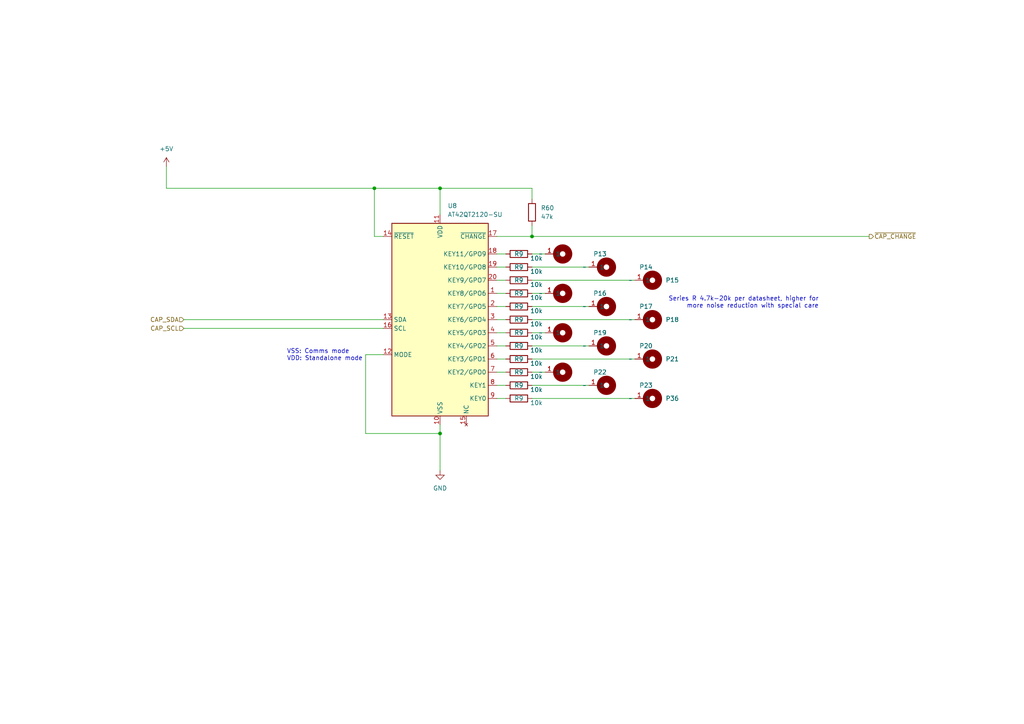
<source format=kicad_sch>
(kicad_sch (version 20230121) (generator eeschema)
  (paper "A4")
  (lib_symbols
    (symbol "Device:R" (pin_numbers hide) (pin_names (offset 0))
      (property "Reference" "R" (at 2.032 0 90))
      (property "Value" "R" (at 0 0 90))
      (symbol "R_0_1"
        (rectangle (start -1.016 -2.54) (end 1.016 2.54) (stroke (width 0.254)))
      )
      (symbol "R_1_1"
        (pin passive line (at 0 3.81 270) (length 1.27) (name "~") (number "1"))
        (pin passive line (at 0 -3.81 90) (length 1.27) (name "~") (number "2"))
      )
    )
    (symbol "Sensor_Touch:AT42QT2120-SU"
      (property "Reference" "U" (at 10.16 38.1 0))
      (property "Value" "AT42QT2120-SU" (at 15.24 -16.51 0))
      (symbol "AT42QT2120-SU_1_1"
        (rectangle (start 13.97 40.64) (end 41.91 -15.24) (stroke (width 0.254)) (fill (type background)))
        (pin bidirectional line (at 44.45 20.32 180) (length 2.54) (name "KEY8/GPO6") (number "1"))
        (pin power_in line (at 27.94 -17.78 90) (length 2.54) (name "VSS") (number "10"))
        (pin power_in line (at 27.94 43.18 270) (length 2.54) (name "VDD") (number "11"))
        (pin input line (at 11.43 2.54 0) (length 2.54) (name "MODE") (number "12"))
        (pin bidirectional line (at 11.43 12.7 0) (length 2.54) (name "SDA") (number "13"))
        (pin input line (at 11.43 36.83 0) (length 2.54) (name "~{RESET}") (number "14"))
        (pin no_connect line (at 35.56 -17.78 90) (length 2.54) (name "NC") (number "15"))
        (pin bidirectional line (at 11.43 10.16 0) (length 2.54) (name "SCL") (number "16"))
        (pin output line (at 44.45 36.83 180) (length 2.54) (name "~{CHANGE}") (number "17"))
        (pin bidirectional line (at 44.45 31.75 180) (length 2.54) (name "KEY11/GPO9") (number "18"))
        (pin bidirectional line (at 44.45 27.94 180) (length 2.54) (name "KEY10/GPO8") (number "19"))
        (pin bidirectional line (at 44.45 16.51 180) (length 2.54) (name "KEY7/GPO5") (number "2"))
        (pin bidirectional line (at 44.45 24.13 180) (length 2.54) (name "KEY9/GPO7") (number "20"))
        (pin bidirectional line (at 44.45 12.7 180) (length 2.54) (name "KEY6/GPO4") (number "3"))
        (pin bidirectional line (at 44.45 8.89 180) (length 2.54) (name "KEY5/GPO3") (number "4"))
        (pin bidirectional line (at 44.45 5.08 180) (length 2.54) (name "KEY4/GPO2") (number "5"))
        (pin bidirectional line (at 44.45 1.27 180) (length 2.54) (name "KEY3/GPO1") (number "6"))
        (pin bidirectional line (at 44.45 -2.54 180) (length 2.54) (name "KEY2/GPO0") (number "7"))
        (pin bidirectional line (at 44.45 -6.35 180) (length 2.54) (name "KEY1") (number "8"))
        (pin bidirectional line (at 44.45 -10.16 180) (length 2.54) (name "KEY0") (number "9"))
      )
    )
    (symbol "Sensor_Touch:Single_LED_Touch_Key"
      (property "Reference" "P" (at 2.54 3.81 0))
      (symbol "Single_LED_Touch_Key_1_1"
        (circle (center 0 0) (radius 1.7961) (stroke (width 2)))
        (pin bidirectional line (at -5.08 0 0) (length 2.54) (name "1") (number "1"))
      )
    )
    (symbol "power:+5V" (power) (pin_names (offset 0))
      (property "Value" "+5V" (at 0 3.556 0))
      (symbol "+5V_0_1"
        (polyline (pts (xy -0.762 1.27) (xy 0 2.54)))
        (polyline (pts (xy 0 0) (xy 0 2.54)))
        (polyline (pts (xy 0 2.54) (xy 0.762 1.27)))
      )
      (symbol "+5V_1_1"
        (pin power_in line (at 0 0 90) (length 0) hide (name "+5V") (number "1"))
      )
    )
    (symbol "power:GND" (power) (pin_names (offset 0))
      (property "Value" "GND" (at 0 -3.81 0))
      (symbol "GND_0_1"
        (polyline (pts (xy 0 0) (xy 0 -1.27) (xy 1.27 -1.27) (xy 0 -2.54) (xy -1.27 -1.27) (xy 0 -1.27)))
      )
      (symbol "GND_1_1"
        (pin power_in line (at 0 0 270) (length 0) hide (name "GND") (number "1"))
      )
    )
  )
  (junction (at 127.635 54.61))
  (junction (at 127.635 125.73))
  (junction (at 154.305 68.58))
  (junction (at 108.585 54.61))
  (wire (pts (xy 127.635 62.23) (xy 127.635 54.61)))
  (wire (pts (xy 111.125 68.58) (xy 108.585 68.58)))
  (wire (pts (xy 154.305 107.95) (xy 158.115 107.95)))
  (wire (pts (xy 48.26 54.61) (xy 108.585 54.61)))
  (wire (pts (xy 154.305 73.66) (xy 158.115 73.66)))
  (wire (pts (xy 144.145 68.58) (xy 154.305 68.58)))
  (wire (pts (xy 154.305 115.57) (xy 184.15 115.57)))
  (wire (pts (xy 144.145 107.95) (xy 146.685 107.95)))
  (wire (pts (xy 154.305 88.9) (xy 170.815 88.9)))
  (wire (pts (xy 144.145 96.52) (xy 146.685 96.52)))
  (wire (pts (xy 154.305 65.405) (xy 154.305 68.58)))
  (wire (pts (xy 127.635 125.73) (xy 127.635 136.525)))
  (wire (pts (xy 106.045 102.87) (xy 106.045 125.73)))
  (wire (pts (xy 144.145 115.57) (xy 146.685 115.57)))
  (wire (pts (xy 154.305 81.28) (xy 184.15 81.28)))
  (wire (pts (xy 154.305 68.58) (xy 252.095 68.58)))
  (wire (pts (xy 144.145 73.66) (xy 146.685 73.66)))
  (wire (pts (xy 154.305 77.47) (xy 170.815 77.47)))
  (wire (pts (xy 144.145 104.14) (xy 146.685 104.14)))
  (wire (pts (xy 53.34 92.71) (xy 111.125 92.71)))
  (wire (pts (xy 127.635 123.19) (xy 127.635 125.73)))
  (wire (pts (xy 154.305 111.76) (xy 170.815 111.76)))
  (wire (pts (xy 108.585 54.61) (xy 127.635 54.61)))
  (wire (pts (xy 53.34 95.25) (xy 111.125 95.25)))
  (wire (pts (xy 144.145 92.71) (xy 146.685 92.71)))
  (wire (pts (xy 144.145 100.33) (xy 146.685 100.33)))
  (wire (pts (xy 144.145 111.76) (xy 146.685 111.76)))
  (wire (pts (xy 144.145 88.9) (xy 146.685 88.9)))
  (wire (pts (xy 144.145 77.47) (xy 146.685 77.47)))
  (wire (pts (xy 154.305 85.09) (xy 158.115 85.09)))
  (wire (pts (xy 154.305 54.61) (xy 154.305 57.785)))
  (wire (pts (xy 111.125 102.87) (xy 106.045 102.87)))
  (wire (pts (xy 144.145 85.09) (xy 146.685 85.09)))
  (wire (pts (xy 106.045 125.73) (xy 127.635 125.73)))
  (wire (pts (xy 154.305 96.52) (xy 158.115 96.52)))
  (wire (pts (xy 108.585 68.58) (xy 108.585 54.61)))
  (wire (pts (xy 154.305 100.33) (xy 170.815 100.33)))
  (wire (pts (xy 154.305 104.14) (xy 184.15 104.14)))
  (wire (pts (xy 144.145 81.28) (xy 146.685 81.28)))
  (wire (pts (xy 127.635 54.61) (xy 154.305 54.61)))
  (wire (pts (xy 48.26 48.26) (xy 48.26 54.61)))
  (wire (pts (xy 154.305 92.71) (xy 184.15 92.71)))
  (text "Series R 4.7k-20k per datasheet, higher for\n more noise reduction with special care" (at 237.49 89.535 0) (effects (font (size 1.27 1.27)) (justify right bottom)))
  (text "VSS: Comms mode\nVDD: Standalone mode" (at 83.185 104.775 0) (effects (font (size 1.27 1.27)) (justify left bottom)))
  (hierarchical_label "CAP_SCL" (shape input) (at 53.34 95.25 180))
  (hierarchical_label "CAP_SDA" (shape input) (at 53.34 92.71 180))
  (hierarchical_label "~{CAP_CHANGE}" (shape output) (at 252.095 68.58 0))
  (symbol (lib_id "Sensor_Touch:Single_LED_Touch_Key") (at 189.23 92.71 0) (unit 1)
    (property "Reference" "P18" (at 193.04 92.71 0) (effects (justify left)))
    (property "Value" "~" (at 182.88 92.71 0))
    (property "Footprint" "Button_Switch_SMD:Cap_Touch_Ring_Small" (effects hide))
    (instances (project "button-board" (path "" (reference "P18") (unit 1)) (path "" (reference "P30") (unit 1)) (path "" (reference "P6") (unit 1)) (path "" (reference "P46") (unit 1))))
  )
  (symbol (lib_id "Device:R") (at 150.495 88.9 90) (unit 1)
    (property "Reference" "R9" (at 150.495 88.9 90))
    (property "Value" "10k" (at 155.575 90.17 90))
    (property "Footprint" "Resistor_SMD:R_0603_1608Metric" (effects hide))
    (instances (project "button-board" (path "" (reference "R9") (unit 1)) (path "" (reference "R9") (unit 1)) (path "" (reference "R44") (unit 1)) (path "" (reference "R64") (unit 1)) (path "" (reference "R70") (unit 1))))
  )
  (symbol (lib_id "Sensor_Touch:Single_LED_Touch_Key") (at 163.195 85.09 0) (unit 1)
    (property "Reference" "P16" (at 172.085 85.09 0) (effects (justify left)))
    (property "Value" "~" (at 156.845 85.09 0))
    (property "Footprint" "Button_Switch_SMD:Cap_Touch_Ring_Small" (effects hide))
    (instances (project "button-board" (path "" (reference "P16") (unit 1)) (path "" (reference "P28") (unit 1)) (path "" (reference "P4") (unit 1)) (path "" (reference "P38") (unit 1))))
  )
  (symbol (lib_id "Device:R") (at 150.495 92.71 90) (unit 1)
    (property "Reference" "R9" (at 150.495 92.71 90))
    (property "Value" "10k" (at 155.575 93.98 90))
    (property "Footprint" "Resistor_SMD:R_0603_1608Metric" (effects hide))
    (instances (project "button-board" (path "" (reference "R9") (unit 1)) (path "" (reference "R10") (unit 1)) (path "" (reference "R45") (unit 1)) (path "" (reference "R65") (unit 1)) (path "" (reference "R71") (unit 1))))
  )
  (symbol (lib_id "Device:R") (at 150.495 85.09 90) (unit 1)
    (property "Reference" "R9" (at 150.495 85.09 90))
    (property "Value" "10k" (at 155.575 86.36 90))
    (property "Footprint" "Resistor_SMD:R_0603_1608Metric" (effects hide))
    (instances (project "button-board" (path "" (reference "R9") (unit 1)) (path "" (reference "R8") (unit 1)) (path "" (reference "R43") (unit 1)) (path "" (reference "R50") (unit 1)) (path "" (reference "R69") (unit 1))))
  )
  (symbol (lib_id "Sensor_Touch:Single_LED_Touch_Key") (at 189.23 115.57 0) (unit 1)
    (property "Reference" "P36" (at 193.04 115.57 0) (effects (justify left)))
    (property "Value" "~" (at 182.88 115.57 0))
    (property "Footprint" "Button_Switch_SMD:Cap_Touch_Ring_Medium" (effects hide))
    (instances (project "button-board" (path "" (reference "P36") (unit 1)) (path "" (reference "P24") (unit 1)) (path "" (reference "P12") (unit 1)) (path "" (reference "P48") (unit 1))))
  )
  (symbol (lib_id "Device:R") (at 150.495 107.95 90) (unit 1)
    (property "Reference" "R9" (at 150.495 107.95 90))
    (property "Value" "10k" (at 155.575 109.22 90))
    (property "Footprint" "Resistor_SMD:R_0603_1608Metric" (effects hide))
    (instances (project "button-board" (path "" (reference "R9") (unit 1)) (path "" (reference "R15") (unit 1)) (path "" (reference "R52") (unit 1)) (path "" (reference "R109") (unit 1)) (path "" (reference "R76") (unit 1))))
  )
  (symbol (lib_id "Device:R") (at 150.495 104.14 90) (unit 1)
    (property "Reference" "R9" (at 150.495 104.14 90))
    (property "Value" "10k" (at 155.575 105.41 90))
    (property "Footprint" "Resistor_SMD:R_0603_1608Metric" (effects hide))
    (instances (project "button-board" (path "" (reference "R9") (unit 1)) (path "" (reference "R14") (unit 1)) (path "" (reference "R51") (unit 1)) (path "" (reference "R108") (unit 1)) (path "" (reference "R75") (unit 1))))
  )
  (symbol (lib_id "Sensor_Touch:Single_LED_Touch_Key") (at 175.895 88.9 0) (unit 1)
    (property "Reference" "P17" (at 185.42 88.9 0) (effects (justify left)))
    (property "Value" "~" (at 169.545 88.9 0))
    (property "Footprint" "Button_Switch_SMD:Cap_Touch_Ring_Small" (effects hide))
    (instances (project "button-board" (path "" (reference "P17") (unit 1)) (path "" (reference "P29") (unit 1)) (path "" (reference "P5") (unit 1)) (path "" (reference "P42") (unit 1))))
  )
  (symbol (lib_id "Sensor_Touch:Single_LED_Touch_Key") (at 189.23 81.28 0) (unit 1)
    (property "Reference" "P15" (at 193.04 81.28 0) (effects (justify left)))
    (property "Value" "~" (at 182.88 81.28 0))
    (property "Footprint" "Button_Switch_SMD:Cap_Touch_Ring_Small" (effects hide))
    (instances (project "button-board" (path "" (reference "P15") (unit 1)) (path "" (reference "P27") (unit 1)) (path "" (reference "P3") (unit 1)) (path "" (reference "P45") (unit 1))))
  )
  (symbol (lib_id "Device:R") (at 150.495 73.66 90) (unit 1)
    (property "Reference" "R9" (at 150.495 73.66 90))
    (property "Value" "10k" (at 155.575 74.93 90))
    (property "Footprint" "Resistor_SMD:R_0603_1608Metric" (effects hide))
    (instances (project "button-board" (path "" (reference "R9") (unit 1)) (path "" (reference "R5") (unit 1)) (path "" (reference "R32") (unit 1)) (path "" (reference "R1") (unit 1)) (path "" (reference "R66") (unit 1))))
  )
  (symbol (lib_id "Sensor_Touch:Single_LED_Touch_Key") (at 175.895 111.76 0) (unit 1)
    (property "Reference" "P23" (at 185.42 111.76 0) (effects (justify left)))
    (property "Value" "~" (at 169.545 111.76 0))
    (property "Footprint" "Button_Switch_SMD:Cap_Touch_Ring_Medium" (effects hide))
    (instances (project "button-board" (path "" (reference "P23") (unit 1)) (path "" (reference "P35") (unit 1)) (path "" (reference "P11") (unit 1)) (path "" (reference "P44") (unit 1))))
  )
  (symbol (lib_id "Sensor_Touch:Single_LED_Touch_Key") (at 175.895 100.33 0) (unit 1)
    (property "Reference" "P20" (at 185.42 100.33 0) (effects (justify left)))
    (property "Value" "~" (at 169.545 100.33 0))
    (property "Footprint" "Button_Switch_SMD:Cap_Touch_Ring_Medium" (effects hide))
    (instances (project "button-board" (path "" (reference "P20") (unit 1)) (path "" (reference "P32") (unit 1)) (path "" (reference "P8") (unit 1)) (path "" (reference "P43") (unit 1))))
  )
  (symbol (lib_id "Device:R") (at 150.495 111.76 90) (unit 1)
    (property "Reference" "R9" (at 150.495 111.76 90))
    (property "Value" "10k" (at 155.575 113.03 90))
    (property "Footprint" "Resistor_SMD:R_0603_1608Metric" (effects hide))
    (instances (project "button-board" (path "" (reference "R9") (unit 1)) (path "" (reference "R16") (unit 1)) (path "" (reference "R54") (unit 1)) (path "" (reference "R131") (unit 1)) (path "" (reference "R77") (unit 1))))
  )
  (symbol (lib_id "power:GND") (at 127.635 136.525 0) (unit 1)
    (property "Reference" "#PWR07" (effects hide))
    (property "Value" "GND" (at 127.635 141.605 0))
    (instances (project "button-board" (path "" (reference "#PWR07") (unit 1)) (path "" (reference "#PWR011") (unit 1)) (path "" (reference "#PWR04") (unit 1)) (path "" (reference "#PWR016") (unit 1))))
  )
  (symbol (lib_id "Device:R") (at 154.305 61.595 0) (unit 1)
    (property "Reference" "R60" (at 156.845 60.325 0) (effects (justify left)))
    (property "Value" "47k" (at 156.845 62.865 0) (effects (justify left)))
    (property "Footprint" "Resistor_SMD:R_0603_1608Metric" (effects hide))
    (instances (project "button-board" (path "" (reference "R60") (unit 1)) (path "" (reference "R93") (unit 1))))
  )
  (symbol (lib_id "Sensor_Touch:Single_LED_Touch_Key") (at 189.23 104.14 0) (unit 1)
    (property "Reference" "P21" (at 193.04 104.14 0) (effects (justify left)))
    (property "Value" "~" (at 182.88 104.14 0))
    (property "Footprint" "Button_Switch_SMD:Cap_Touch_Ring_Medium" (effects hide))
    (instances (project "button-board" (path "" (reference "P21") (unit 1)) (path "" (reference "P33") (unit 1)) (path "" (reference "P9") (unit 1)) (path "" (reference "P47") (unit 1))))
  )
  (symbol (lib_id "Device:R") (at 150.495 81.28 90) (unit 1)
    (property "Reference" "R9" (at 150.495 81.28 90))
    (property "Value" "10k" (at 155.575 82.55 90))
    (property "Footprint" "Resistor_SMD:R_0603_1608Metric" (effects hide))
    (instances (project "button-board" (path "" (reference "R9") (unit 1)) (path "" (reference "R7") (unit 1)) (path "" (reference "R42") (unit 1)) (path "" (reference "R49") (unit 1)) (path "" (reference "R68") (unit 1))))
  )
  (symbol (lib_id "Sensor_Touch:Single_LED_Touch_Key") (at 163.195 73.66 0) (unit 1)
    (property "Reference" "P13" (at 172.085 73.66 0) (effects (justify left)))
    (property "Value" "~" (at 156.845 73.66 0))
    (property "Footprint" "Button_Switch_SMD:Cap_Touch_Ring_Small" (effects hide))
    (instances (project "button-board" (path "" (reference "P13") (unit 1)) (path "" (reference "P25") (unit 1)) (path "" (reference "P1") (unit 1)) (path "" (reference "P37") (unit 1))))
  )
  (symbol (lib_id "Device:R") (at 150.495 100.33 90) (unit 1)
    (property "Reference" "R9" (at 150.495 100.33 90))
    (property "Value" "10k" (at 155.575 101.6 90))
    (property "Footprint" "Resistor_SMD:R_0603_1608Metric" (effects hide))
    (instances (project "button-board" (path "" (reference "R9") (unit 1)) (path "" (reference "R12") (unit 1)) (path "" (reference "R48") (unit 1)) (path "" (reference "R107") (unit 1)) (path "" (reference "R74") (unit 1))))
  )
  (symbol (lib_id "Sensor_Touch:Single_LED_Touch_Key") (at 163.195 107.95 0) (unit 1)
    (property "Reference" "P22" (at 172.085 107.95 0) (effects (justify left)))
    (property "Value" "~" (at 156.845 107.95 0))
    (property "Footprint" "Button_Switch_SMD:Cap_Touch_Ring_Medium" (effects hide))
    (instances (project "button-board" (path "" (reference "P22") (unit 1)) (path "" (reference "P34") (unit 1)) (path "" (reference "P10") (unit 1)) (path "" (reference "P40") (unit 1))))
  )
  (symbol (lib_id "Device:R") (at 150.495 96.52 90) (unit 1)
    (property "Reference" "R9" (at 150.495 96.52 90))
    (property "Value" "10k" (at 155.575 97.79 90))
    (property "Footprint" "Resistor_SMD:R_0603_1608Metric" (effects hide))
    (instances (project "button-board" (path "" (reference "R9") (unit 1)) (path "" (reference "R11") (unit 1)) (path "" (reference "R46") (unit 1)) (path "" (reference "R73") (unit 1)) (path "" (reference "R72") (unit 1))))
  )
  (symbol (lib_id "Sensor_Touch:Single_LED_Touch_Key") (at 163.195 96.52 0) (unit 1)
    (property "Reference" "P19" (at 172.085 96.52 0) (effects (justify left)))
    (property "Value" "~" (at 156.845 96.52 0))
    (property "Footprint" "Button_Switch_SMD:Cap_Touch_Ring_Medium" (effects hide))
    (instances (project "button-board" (path "" (reference "P19") (unit 1)) (path "" (reference "P31") (unit 1)) (path "" (reference "P7") (unit 1)) (path "" (reference "P39") (unit 1))))
  )
  (symbol (lib_id "Device:R") (at 150.495 77.47 90) (unit 1)
    (property "Reference" "R9" (at 150.495 77.47 90))
    (property "Value" "10k" (at 155.575 78.74 90))
    (property "Footprint" "Resistor_SMD:R_0603_1608Metric" (effects hide))
    (instances (project "button-board" (path "" (reference "R9") (unit 1)) (path "" (reference "R6") (unit 1)) (path "" (reference "R33") (unit 1)) (path "" (reference "R2") (unit 1)) (path "" (reference "R67") (unit 1))))
  )
  (symbol (lib_id "Device:R") (at 150.495 115.57 90) (unit 1)
    (property "Reference" "R9" (at 150.495 115.57 90))
    (property "Value" "10k" (at 155.575 116.84 90))
    (property "Footprint" "Resistor_SMD:R_0603_1608Metric" (effects hide))
    (instances (project "button-board" (path "" (reference "R9") (unit 1)) (path "" (reference "R17") (unit 1)) (path "" (reference "R55") (unit 1)) (path "" (reference "R132") (unit 1)) (path "" (reference "R78") (unit 1))))
  )
  (symbol (lib_id "Sensor_Touch:Single_LED_Touch_Key") (at 175.895 77.47 0) (unit 1)
    (property "Reference" "P14" (at 185.42 77.47 0) (effects (justify left)))
    (property "Value" "~" (at 169.545 77.47 0))
    (property "Footprint" "Button_Switch_SMD:Cap_Touch_Ring_Small" (effects hide))
    (instances (project "button-board" (path "" (reference "P14") (unit 1)) (path "" (reference "P26") (unit 1)) (path "" (reference "P2") (unit 1)) (path "" (reference "P41") (unit 1))))
  )
  (symbol (lib_id "power:+5V") (at 48.26 48.26 0) (unit 1)
    (property "Reference" "#PWR03" (effects hide))
    (property "Value" "+5V" (at 48.26 43.18 0))
    (instances (project "button-board" (path "" (reference "#PWR03") (unit 1)) (path "" (reference "#PWR06") (unit 1)) (path "" (reference "#PWR010") (unit 1)) (path "" (reference "#PWR03") (unit 1)) (path "" (reference "#PWR014") (unit 1))))
  )
  (symbol (lib_id "Sensor_Touch:AT42QT2120-SU") (at 99.695 105.41 0) (unit 1)
    (property "Reference" "U8" (at 129.8291 59.69 0) (effects (justify left)))
    (property "Value" "AT42QT2120-SU" (at 129.8291 62.23 0) (effects (justify left)))
    (property "Footprint" "Package_SO:TSSOP-20_4.4x6.5mm_P0.65mm" (effects hide))
    (instances (project "button-board" (path "" (reference "U8") (unit 1)) (path "" (reference "U3") (unit 1)) (path "" (reference "U5") (unit 1)) (path "" (reference "U2") (unit 1)) (path "" (reference "U7") (unit 1))))
  )
)
</source>
